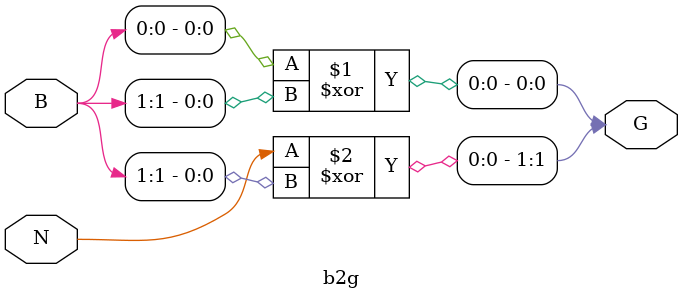
<source format=v>
`timescale 1ns / 1ps


module b2g( //binary to gray code
    input N,
    input [1:0] B,
    output [1:0] G
    );

    assign G[0] = B[0] ^ B[1];
    assign G[1] = N ^ B[1];

endmodule

</source>
